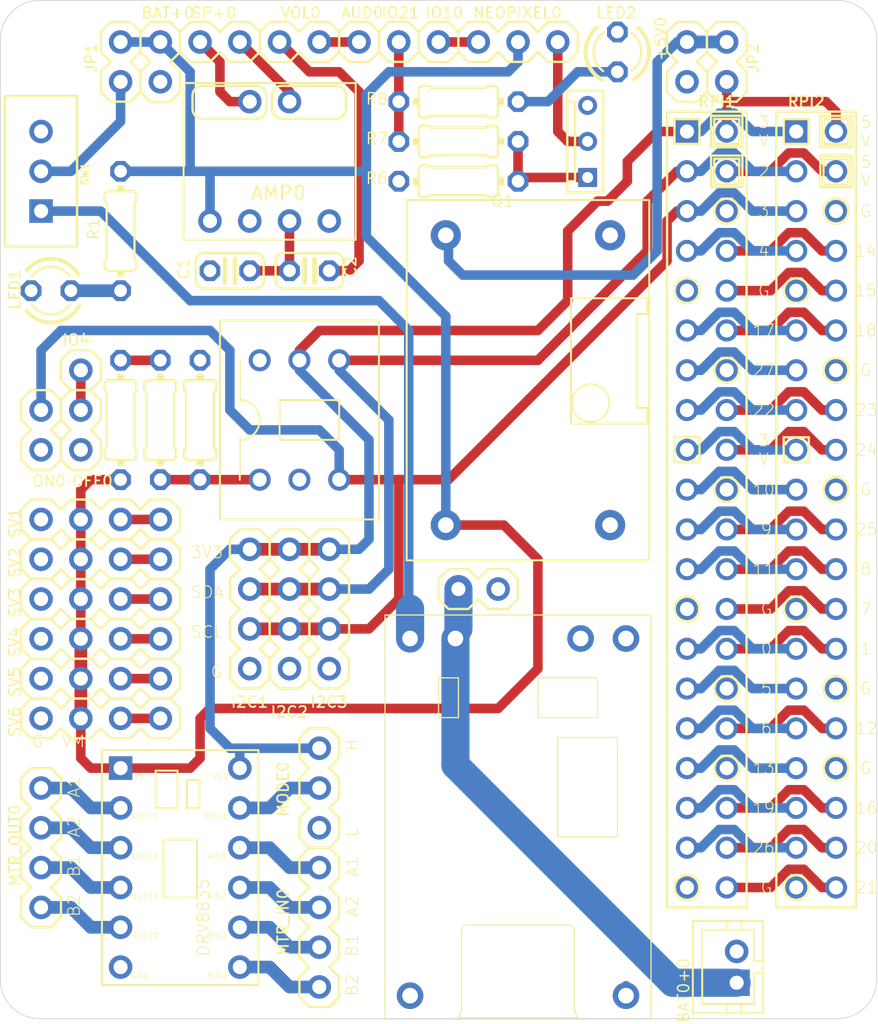
<source format=kicad_pcb>
(kicad_pcb (version 20241229) (generator "pcbnew") (generator_version "9.0")
  (layers (0 "F.Cu" signal) (2 "B.Cu" signal) (13 "F.Paste" user) (15 "B.Paste" user) (5 "F.SilkS" user "F.Silkscreen") (7 "B.SilkS" user "B.Silkscreen") (1 "F.Mask" user) (3 "B.Mask" user) (25 "Edge.Cuts" user))
  (net 0 "")
  (net 1 "GND")
  (net 2 "BAT+")
  (net 3 "+5V")
  (net 4 "BAT+1")
  (net 5 "N$3")
  (net 6 "N$7")
  (net 7 "N$9")
  (net 8 "N$10")
  (net 9 "N$11")
  (net 10 "N$12")
  (net 11 "N$13")
  (net 12 "N$14")
  (net 13 "N$16")
  (net 14 "N$18")
  (net 15 "N$19")
  (net 16 "N$20")
  (net 17 "N$21")
  (net 18 "N$22")
  (net 19 "N$23")
  (net 20 "N$27")
  (net 21 "N$28")
  (net 22 "N$29")
  (net 23 "N$30")
  (net 24 "N$31")
  (net 25 "N$32")
  (net 26 "N$33")
  (net 27 "N$34")
  (net 28 "N$35")
  (net 29 "N$36")
  (net 30 "N$37")
  (net 31 "N$38")
  (net 32 "N$39")
  (net 33 "+3V3")
  (net 34 "SDA")
  (net 35 "SCL")
  (net 36 "SP+")
  (net 37 "SP-")
  (net 38 "AUDIO1")
  (net 39 "AUDIO0")
  (net 40 "BIN2")
  (net 41 "BIN1")
  (net 42 "AIN2")
  (net 43 "AIN1")
  (net 44 "AOUT1")
  (net 45 "AOUT2")
  (net 46 "BOUT1")
  (net 47 "BOUT2")
  (net 48 "BAT+2")
  (net 49 "BAT+0")
  (net 50 "BAT-0")
  (net 51 "GPIO10")
  (net 52 "MODE")
  (net 53 "N$51")
  (net 54 "N$47")
  (net 55 "N$48")
  (net 56 "N$49")
  (net 57 "N$63")
  (net 58 "N$64")
  (net 59 "N$6")
  (net 60 "N$15")
  (net 61 "N$25")
  (net 62 "N$26")
  (net 63 "N$2")
  (net 64 "N$1")
  (net 65 "N$8")
  (net 66 "N$5")
  (net 67 "N$17")
  (net 68 "N$24")
  (footprint "0204_7_334" (layer "F.Cu") (at 128.1811 87.2236 90)
    (property "Reference" "R1")
    (property "Value" "1K")
  )
  (footprint "DCDC-SX1308-MOD1" (layer "F.Cu") (at 154.2161 96.7486 90)
    (property "Reference" "DCDC2" (hide yes))
    (property "Value" "")
  )
  (footprint "C025-024X044_334" (layer "F.Cu") (at 140.2461 89.7636)
    (property "Reference" "C2")
    (property "Value" "0.1uF")
  )
  (footprint "LED3MM_259" (layer "F.Cu") (at 123.7361 91.0336 180)
    (property "Reference" "LED1")
    (property "Value" "")
  )
  (footprint "PINHEAD-MA02-1" (layer "F.Cu") (at 151.0411 110.0836)
    (property "Reference" "BAT0" (hide yes))
    (property "Value" "BAT0+")
  )
  (footprint "0204_7_334" (layer "F.Cu") (at 130.7211 99.2886 90)
    (property "Reference" "R4" (hide yes))
    (property "Value" "10K")
  )
  (footprint "PINHEAD-MA01-1" (layer "F.Cu") (at 124.3711 96.1136)
    (property "Reference" "IO4")
    (property "Value" "")
  )
  (footprint "PINHEAD-MA01-1" (layer "F.Cu") (at 147.2311 75.1586)
    (property "Reference" "IO10")
    (property "Value" "")
  )
  (footprint "dummyfp3" (layer "F.Cu") (at 124.0011 134.0036)
    (property "Reference" "UNK_HOLE_3" (hide yes))
    (property "Value" "")
  )
  (footprint "PINHEAD-MA04-1" (layer "F.Cu") (at 126.9111 110.7186)
    (property "Reference" "SV3")
    (property "Value" "")
  )
  (footprint "PINHEAD-MA04-1" (layer "F.Cu") (at 126.9111 105.6386)
    (property "Reference" "SV1")
    (property "Value" "")
  )
  (footprint "PINHEAD-MA02-1" (layer "F.Cu") (at 128.1811 76.4286 90)
    (property "Reference" "JP1")
    (property "Value" "")
  )
  (footprint "0204_7_334" (layer "F.Cu") (at 133.2611 99.2886 -90)
    (property "Reference" "R5" (hide yes))
    (property "Value" "10K")
  )
  (footprint "PINHEAD-MA02-1" (layer "F.Cu") (at 134.5311 75.1586)
    (property "Reference" "SP+0")
    (property "Value" "")
  )
  (footprint "PINHEAD-MA04-1" (layer "F.Cu") (at 141.5161 111.3536 -90)
    (property "Reference" "I2C3")
    (property "Value" "")
  )
  (footprint "PINHEAD-MA01-1" (layer "F.Cu") (at 144.6911 75.1586)
    (property "Reference" "IO21")
    (property "Value" "")
  )
  (footprint "PINHEAD-MA02-1" (layer "F.Cu") (at 139.6111 75.1586)
    (property "Reference" "VOL0")
    (property "Value" "")
  )
  (footprint "C025-024X044_334" (layer "F.Cu") (at 135.1661 89.7636)
    (property "Reference" "C1")
    (property "Value" "")
  )
  (footprint "PINHEAD-MA03-1_30941153" (layer "F.Cu") (at 152.3111 75.1586)
    (property "Reference" "NEOPIXEL0")
    (property "Value" "")
  )
  (footprint "PINHEAD-MA04-1" (layer "F.Cu") (at 126.9111 113.2586)
    (property "Reference" "SV4")
    (property "Value" "")
  )
  (footprint "PINHEAD-MA04-1" (layer "F.Cu") (at 126.9111 115.7986)
    (property "Reference" "SV5")
    (property "Value" "")
  )
  (footprint "PINHEAD-MA04-1" (layer "F.Cu") (at 126.9111 108.1786)
    (property "Reference" "SV2")
    (property "Value" "")
  )
  (footprint "PINHEAD-MA02-1" (layer "F.Cu") (at 164.3761 76.4286 -90)
    (property "Reference" "+5V0")
    (property "Value" "5V" (hide yes))
  )
  (footprint "PINHEAD-MA02-1" (layer "F.Cu") (at 130.7211 76.4286 -90)
    (property "Reference" "BAT+0")
    (property "Value" "BAT+" (hide yes))
  )
  (footprint "0204_7_334" (layer "F.Cu") (at 149.7711 84.0486 180)
    (property "Reference" "R6")
    (property "Value" "10K")
  )
  (footprint "PINHEAD-MA02-1" (layer "F.Cu") (at 123.1011 99.9236 90)
    (property "Reference" "ON0")
    (property "Value" "")
  )
  (footprint "MOSFET-1_30941153" (layer "F.Cu") (at 158.0261 82.7786 90)
    (property "Reference" "Q1" (hide yes))
    (property "Value" "2SK4017" (hide yes))
  )
  (footprint "0204_7_334" (layer "F.Cu") (at 149.7711 78.9686 180)
    (property "Reference" "R8")
    (property "Value" "1K")
  )
  (footprint "dummyfp0" (layer "F.Cu") (at 173.0011 134.0036)
    (property "Reference" "UNK_HOLE_0" (hide yes))
    (property "Value" "")
  )
  (footprint "PINHEAD-MA04-1" (layer "F.Cu") (at 123.1011 126.5936 -90)
    (property "Reference" "MTR_OUT0")
    (property "Value" "")
  )
  (footprint "PINHEAD-MA04-1" (layer "F.Cu") (at 138.9761 111.3536 -90)
    (property "Reference" "I2C2")
    (property "Value" "")
  )
  (footprint "PINHEAD-MA03-1" (layer "F.Cu") (at 140.8811 124.0536 90)
    (property "Reference" "MODE0")
    (property "Value" "")
  )
  (footprint "0204_7_334" (layer "F.Cu") (at 149.7711 81.5086)
    (property "Reference" "R7")
    (property "Value" "330")
  )
  (footprint "RPI-PIN" (layer "F.Cu") (at 165.6461 105.0036)
    (property "Reference" "RPI1")
    (property "Value" "")
  )
  (footprint "PAM8012MOD-A" (layer "F.Cu") (at 137.7061 82.7786 90)
    (property "Reference" "AMP0")
    (property "Value" "AMP" (hide yes))
  )
  (footprint "PINHEAD-MA01-1" (layer "F.Cu") (at 143.4211 73.8886 -90)
    (property "Reference" "AUD0")
    (property "Value" "AMP" (hide yes))
  )
  (footprint "TP4056MOD1" (layer "F.Cu") (at 153.5811 124.6386 90)
    (property "Reference" "CHG1" (hide yes))
    (property "Value" "" (hide yes))
  )
  (footprint "dummyfp2" (layer "F.Cu") (at 124.0011 76.0036)
    (property "Reference" "UNK_HOLE_2" (hide yes))
    (property "Value" "")
  )
  (footprint "PINHEAD-MA04-1" (layer "F.Cu") (at 140.8811 131.6736 90)
    (property "Reference" "MTR_IN0")
    (property "Value" "")
  )
  (footprint "PINHEAD-MA02-1" (layer "F.Cu") (at 125.6411 99.9236 90)
    (property "Reference" "OFF0")
    (property "Value" "")
  )
  (footprint "LED3MM_259" (layer "F.Cu") (at 159.9311 75.7936 90)
    (property "Reference" "LED2")
    (property "Value" "")
  )
  (footprint "JST-PH2" (layer "F.Cu") (at 167.5511 134.2136 90)
    (property "Reference" "BAT0+0")
    (property "Value" "" (hide yes))
  )
  (footprint "dummyfp1" (layer "F.Cu") (at 173.0011 76.0036)
    (property "Reference" "UNK_HOLE_1" (hide yes))
    (property "Value" "")
  )
  (footprint "SW3-1" (layer "F.Cu") (at 123.1011 84.6836 90)
    (property "Reference" "SW1")
    (property "Value" "" (hide yes))
  )
  (footprint "PINHEAD-MA04-1" (layer "F.Cu") (at 126.9111 118.3386)
    (property "Reference" "SV6")
    (property "Value" "")
  )
  (footprint "RPI-PIN" (layer "F.Cu") (at 172.6311 105.0036)
    (property "Reference" "RPI2")
    (property "Value" "")
  )
  (footprint "PINHEAD-MA02-1" (layer "F.Cu") (at 166.9161 76.4286 -90)
    (property "Reference" "JP2")
    (property "Value" "")
  )
  (footprint "PINHEAD-MA04-1" (layer "F.Cu") (at 136.4361 111.3536 -90)
    (property "Reference" "I2C1")
    (property "Value" "")
  )
  (footprint "0204_7_334" (layer "F.Cu") (at 128.1811 99.2886 -90)
    (property "Reference" "R3" (hide yes))
    (property "Value" "10K")
  )
  (footprint "MCP3425MOD_30941153" (layer "F.Cu") (at 139.6111 100.5586 90)
    (property "Reference" "ADC1" (hide yes))
    (property "Value" "MCP3425MOD" (hide yes))
  )
  (footprint "DRV8835MOD" (layer "F.Cu") (at 130.7211 131.6736)
    (property "Reference" "MD1" (hide yes))
    (property "Value" "" (hide yes))
  )
  (gr_arc (start 120.5011 75.0036) (mid 121.233333 73.235833) (end 123.0011 72.5036) (stroke (width 0.05)) (layer "Edge.Cuts"))
  (gr_line (start 176.5011 135.0036) (end 176.5011 75.0036) (stroke (width 0.05)) (layer "Edge.Cuts"))
  (gr_line (start 174.0011 72.5036) (end 123.0011 72.5036) (stroke (width 0.05)) (layer "Edge.Cuts"))
  (gr_line (start 120.5011 75.0036) (end 120.5011 135.0036) (stroke (width 0.05)) (layer "Edge.Cuts"))
  (gr_arc (start 123.0011 137.5036) (mid 121.233333 136.771367) (end 120.5011 135.0036) (stroke (width 0.05)) (layer "Edge.Cuts"))
  (gr_arc (start 176.5011 135.0036) (mid 175.768867 136.771367) (end 174.0011 137.5036) (stroke (width 0.05)) (layer "Edge.Cuts"))
  (gr_arc (start 174.0011 72.5036) (mid 175.768867 73.235833) (end 176.5011 75.0036) (stroke (width 0.05)) (layer "Edge.Cuts"))
  (gr_line (start 123.0011 137.5036) (end 174.0011 137.5036) (stroke (width 0.05)) (layer "Edge.Cuts"))
  (gr_text "Q1" (at 152.6011 85.3186 0) (layer "F.SilkS") (effects (font (size 0.747776 0.747776) (thickness 0.065024))))
  (gr_text "24" (at 175.8511 101.1936 0) (layer "F.SilkS") (effects (font (size 0.747776 0.747776) (thickness 0.065024))))
  (gr_text "19" (at 169.2861 124.0536 0) (layer "F.SilkS") (effects (font (size 0.747776 0.747776) (thickness 0.065024))))
  (gr_text "14" (at 175.8011 88.4936 0) (layer "F.SilkS") (effects (font (size 0.747776 0.747776) (thickness 0.065024))))
  (gr_text "B2" (at 125.6411 131.0536 90) (layer "F.SilkS") (effects (font (size 0.747776 0.747776) (thickness 0.065024)) (justify left bottom)))
  (gr_text "0" (at 169.4561 113.8936 0) (layer "F.SilkS") (effects (font (size 0.747776 0.747776) (thickness 0.065024))))
  (gr_text "7" (at 175.8061 111.3536 0) (layer "F.SilkS") (effects (font (size 0.747776 0.747776) (thickness 0.065024))))
  (gr_text "18" (at 175.8011 93.5736 0) (layer "F.SilkS") (effects (font (size 0.747776 0.747776) (thickness 0.065024))))
  (gr_text "G" (at 175.8061 96.1136 0) (layer "F.SilkS") (effects (font (size 0.747776 0.747776) (thickness 0.065024))))
  (gr_text "H" (at 143.4211 120.4736 90) (layer "F.SilkS") (effects (font (size 0.747776 0.747776) (thickness 0.065024)) (justify left bottom)))
  (gr_text "17" (at 169.2861 93.5736 0) (layer "F.SilkS") (effects (font (size 0.747776 0.747776) (thickness 0.065024))))
  (gr_text "G" (at 133.8961 115.7986 0) (layer "F.SilkS") (effects (font (size 0.747776 0.747776) (thickness 0.065024)) (justify left bottom)))
  (gr_text "10" (at 169.2861 103.7336 0) (layer "F.SilkS") (effects (font (size 0.747776 0.747776) (thickness 0.065024))))
  (gr_text "A1" (at 143.4211 128.5136 90) (layer "F.SilkS") (effects (font (size 0.747776 0.747776) (thickness 0.065024)) (justify left bottom)))
  (gr_text "G" (at 175.8061 121.5136 0) (layer "F.SilkS") (effects (font (size 0.747776 0.747776) (thickness 0.065024))))
  (gr_text "21" (at 175.8511 129.1336 0) (layer "F.SilkS") (effects (font (size 0.747776 0.747776) (thickness 0.065024))))
  (gr_text "G" (at 169.4561 111.3536 0) (layer "F.SilkS") (effects (font (size 0.747776 0.747776) (thickness 0.065024))))
  (gr_text "G" (at 169.2861 91.0336 0) (layer "F.SilkS") (effects (font (size 0.747776 0.747776) (thickness 0.065024))))
  (gr_text "20" (at 175.8511 126.5936 0) (layer "F.SilkS") (effects (font (size 0.747776 0.747776) (thickness 0.065024))))
  (gr_text "G" (at 175.8061 103.7336 0) (layer "F.SilkS") (effects (font (size 0.747776 0.747776) (thickness 0.065024))))
  (gr_text "6" (at 169.4561 118.9736 0) (layer "F.SilkS") (effects (font (size 0.747776 0.747776) (thickness 0.065024))))
  (gr_text "3" (at 169.2866 85.9536 0) (layer "F.SilkS") (effects (font (size 0.747776 0.747776) (thickness 0.065024))))
  (gr_text "G" (at 175.8061 85.9536 0) (layer "F.SilkS") (effects (font (size 0.747776 0.747776) (thickness 0.065024))))
  (gr_text "DRV8835" (at 133.8961 133.5786 90) (layer "F.SilkS") (effects (font (size 0.747776 0.747776) (thickness 0.065024)) (justify left bottom)))
  (gr_text "B2" (at 143.4211 136.1336 90) (layer "F.SilkS") (effects (font (size 0.747776 0.747776) (thickness 0.065024)) (justify left bottom)))
  (gr_text "A1" (at 125.6411 123.4336 90) (layer "F.SilkS") (effects (font (size 0.747776 0.747776) (thickness 0.065024)) (justify left bottom)))
  (gr_text "L" (at 143.4211 125.9736 90) (layer "F.SilkS") (effects (font (size 0.747776 0.747776) (thickness 0.065024)) (justify left bottom)))
  (gr_text "G" (at 169.4561 129.1336 0) (layer "F.SilkS") (effects (font (size 0.747776 0.747776) (thickness 0.065024))))
  (gr_text "G" (at 175.8061 116.4336 0) (layer "F.SilkS") (effects (font (size 0.747776 0.747776) (thickness 0.065024))))
  (gr_text "11" (at 169.2861 108.8136 0) (layer "F.SilkS") (effects (font (size 0.747776 0.747776) (thickness 0.065024))))
  (gr_text "A2" (at 143.4211 131.0536 90) (layer "F.SilkS") (effects (font (size 0.747776 0.747776) (thickness 0.065024)) (justify left bottom)))
  (gr_text "5\nV" (at 175.8061 80.8736 0) (layer "F.SilkS") (effects (font (size 0.747776 0.747776) (thickness 0.065024))))
  (gr_text "8" (at 175.8061 108.8136 0) (layer "F.SilkS") (effects (font (size 0.747776 0.747776) (thickness 0.065024))))
  (gr_text "3\nV" (at 169.2861 101.1936 0) (layer "F.SilkS") (effects (font (size 0.747776 0.747776) (thickness 0.065024))))
  (gr_text "5\nV" (at 175.8061 83.4136 0) (layer "F.SilkS") (effects (font (size 0.747776 0.747776) (thickness 0.065024))))
  (gr_text "9" (at 169.4561 106.2736 0) (layer "F.SilkS") (effects (font (size 0.747776 0.747776) (thickness 0.065024))))
  (gr_text "B1" (at 143.4211 133.5936 90) (layer "F.SilkS") (effects (font (size 0.747776 0.747776) (thickness 0.065024)) (justify left bottom)))
  (gr_text "1" (at 175.8061 113.8936 0) (layer "F.SilkS") (effects (font (size 0.747776 0.747776) (thickness 0.065024))))
  (gr_text "B1" (at 125.6411 128.5136 90) (layer "F.SilkS") (effects (font (size 0.747776 0.747776) (thickness 0.065024)) (justify left bottom)))
  (gr_text "15" (at 175.8011 91.0336 0) (layer "F.SilkS") (effects (font (size 0.747776 0.747776) (thickness 0.065024))))
  (gr_text "SCL" (at 132.6261 113.2586 0) (layer "F.SilkS") (effects (font (size 0.747776 0.747776) (thickness 0.065024)) (justify left bottom)))
  (gr_text "23" (at 175.8511 98.6536 0) (layer "F.SilkS") (effects (font (size 0.747776 0.747776) (thickness 0.065024))))
  (gr_text "25" (at 175.8511 106.2736 0) (layer "F.SilkS") (effects (font (size 0.747776 0.747776) (thickness 0.065024))))
  (gr_text "SDA" (at 132.6261 110.7186 0) (layer "F.SilkS") (effects (font (size 0.747776 0.747776) (thickness 0.065024)) (justify left bottom)))
  (gr_text "22" (at 169.2861 98.6536 0) (layer "F.SilkS") (effects (font (size 0.747776 0.747776) (thickness 0.065024))))
  (gr_text "3V3" (at 132.6261 108.1786 0) (layer "F.SilkS") (effects (font (size 0.747776 0.747776) (thickness 0.065024)) (justify left bottom)))
  (gr_text "G" (at 122.4661 120.2436 0) (layer "F.SilkS") (effects (font (size 0.747776 0.747776) (thickness 0.065024)) (justify left bottom)))
  (gr_text "13" (at 169.2861 121.5136 0) (layer "F.SilkS") (effects (font (size 0.747776 0.747776) (thickness 0.065024))))
  (gr_text "VM" (at 124.3711 120.2436 0) (layer "F.SilkS") (effects (font (size 0.747776 0.747776) (thickness 0.065024)) (justify left bottom)))
  (gr_text "27" (at 169.2861 96.1136 0) (layer "F.SilkS") (effects (font (size 0.747776 0.747776) (thickness 0.065024))))
  (gr_text "16" (at 175.8511 124.0536 0) (layer "F.SilkS") (effects (font (size 0.747776 0.747776) (thickness 0.065024))))
  (gr_text "2" (at 169.2861 83.4136 0) (layer "F.SilkS") (effects (font (size 0.747776 0.747776) (thickness 0.065024))))
  (gr_text "26" (at 169.2861 126.5936 0) (layer "F.SilkS") (effects (font (size 0.747776 0.747776) (thickness 0.065024))))
  (gr_text "4" (at 169.2861 88.4936 0) (layer "F.SilkS") (effects (font (size 0.747776 0.747776) (thickness 0.065024))))
  (gr_text "A2" (at 125.6411 125.9736 90) (layer "F.SilkS") (effects (font (size 0.747776 0.747776) (thickness 0.065024)) (justify left bottom)))
  (gr_text "12" (at 175.8511 118.9736 0) (layer "F.SilkS") (effects (font (size 0.747776 0.747776) (thickness 0.065024))))
  (gr_text "3\nV" (at 169.2861 80.8736 0) (layer "F.SilkS") (effects (font (size 0.747776 0.747776) (thickness 0.065024))))
  (gr_text "5" (at 169.4561 116.4336 0) (layer "F.SilkS") (effects (font (size 0.747776 0.747776) (thickness 0.065024))))
  (segment (start 160.4811 136.0386) (end 160.4811 135.4036) (width 0.6096) (layer "B.Cu") (net 1))
  (segment (start 125.6411 120.8786) (end 125.6411 118.3386) (width 0.6096) (layer "F.Cu") (net 2))
  (segment (start 128.1811 121.5136) (end 132.6261 121.5136) (width 0.6096) (layer "F.Cu") (net 2))
  (segment (start 125.6411 110.7186) (end 125.6411 113.2586) (width 0.6096) (layer "F.Cu") (net 2))
  (segment (start 132.6261 121.5136) (end 133.2611 120.8786) (width 0.6096) (layer "F.Cu") (net 2))
  (segment (start 133.2611 118.3386) (end 133.8961 117.7036) (width 0.6096) (layer "F.Cu") (net 2))
  (segment (start 125.6411 120.8786) (end 126.2761 121.5136) (width 0.6096) (layer "F.Cu") (net 2))
  (segment (start 125.6411 113.2586) (end 125.6411 115.7986) (width 0.8128) (layer "F.Cu") (net 2))
  (segment (start 154.8511 115.1636) (end 154.8511 108.1786) (width 0.6096) (layer "F.Cu") (net 2))
  (segment (start 126.2761 103.0986) (end 125.6411 103.7336) (width 0.6096) (layer "F.Cu") (net 2))
  (segment (start 125.6411 103.7336) (end 125.6411 105.6386) (width 0.6096) (layer "F.Cu") (net 2))
  (segment (start 154.8511 108.1786) (end 152.6711 105.9986) (width 0.6096) (layer "F.Cu") (net 2))
  (segment (start 133.8961 117.7036) (end 152.3111 117.7036) (width 0.6096) (layer "F.Cu") (net 2))
  (segment (start 125.6411 115.7986) (end 125.6411 118.3386) (width 0.8128) (layer "F.Cu") (net 2))
  (segment (start 133.2611 120.8786) (end 133.2611 118.3386) (width 0.6096) (layer "F.Cu") (net 2))
  (segment (start 126.2761 121.5136) (end 128.1811 121.5136) (width 0.6096) (layer "F.Cu") (net 2))
  (segment (start 126.2761 103.0986) (end 128.1811 103.0986) (width 0.6096) (layer "F.Cu") (net 2))
  (segment (start 152.3111 117.7036) (end 154.8511 115.1636) (width 0.6096) (layer "F.Cu") (net 2))
  (segment (start 125.6411 108.1786) (end 125.6411 110.7186) (width 0.6096) (layer "F.Cu") (net 2))
  (segment (start 152.6711 105.9986) (end 148.9661 105.9986) (width 0.6096) (layer "F.Cu") (net 2))
  (segment (start 125.6411 105.6386) (end 125.6411 108.1786) (width 0.6096) (layer "F.Cu") (net 2))
  (segment (start 130.7211 75.1586) (end 128.1811 75.1586) (width 0.6096) (layer "B.Cu") (net 2))
  (segment (start 132.6261 83.4136) (end 133.8961 83.4136) (width 0.6096) (layer "B.Cu") (net 2))
  (segment (start 133.8961 83.4136) (end 133.8961 86.5886) (width 0.6096) (layer "B.Cu") (net 2))
  (segment (start 148.9661 92.6636) (end 143.8861 87.5836) (width 0.6096) (layer "B.Cu") (net 2))
  (segment (start 143.8861 83.4136) (end 143.8861 78.5036) (width 0.6096) (layer "B.Cu") (net 2))
  (segment (start 128.1811 83.4136) (end 132.6261 83.4136) (width 0.6096) (layer "B.Cu") (net 2))
  (segment (start 153.5811 75.1586) (end 153.5811 76.4286) (width 0.6096) (layer "B.Cu") (net 2))
  (segment (start 143.8861 87.5836) (end 143.8861 83.4136) (width 0.6096) (layer "B.Cu") (net 2))
  (segment (start 145.3261 77.0636) (end 152.9461 77.0636) (width 0.6096) (layer "B.Cu") (net 2))
  (segment (start 148.9661 105.9986) (end 148.9661 92.6636) (width 0.6096) (layer "B.Cu") (net 2))
  (segment (start 143.8861 78.5036) (end 145.3261 77.0636) (width 0.6096) (layer "B.Cu") (net 2))
  (segment (start 143.8861 83.4136) (end 133.8961 83.4136) (width 0.6096) (layer "B.Cu") (net 2))
  (segment (start 152.9461 77.0636) (end 153.5811 76.4286) (width 0.6096) (layer "B.Cu") (net 2))
  (segment (start 132.6261 77.0636) (end 132.6261 83.4136) (width 0.6096) (layer "B.Cu") (net 2))
  (segment (start 130.7211 75.1586) (end 132.6261 77.0636) (width 0.6096) (layer "B.Cu") (net 2))
  (segment (start 164.3761 75.1586) (end 166.9161 75.1586) (width 0.8128) (layer "B.Cu") (net 3))
  (segment (start 160.9261 90.0386) (end 162.4711 88.4936) (width 0.6096) (layer "B.Cu") (net 3))
  (segment (start 149.1361 89.1286) (end 150.0461 90.0386) (width 0.6096) (layer "B.Cu") (net 3))
  (segment (start 149.1361 87.6686) (end 149.1361 89.1286) (width 0.6096) (layer "B.Cu") (net 3))
  (segment (start 163.7411 75.1586) (end 162.4711 76.4286) (width 0.6096) (layer "B.Cu") (net 3))
  (segment (start 164.3761 75.1586) (end 163.7411 75.1586) (width 0.6096) (layer "B.Cu") (net 3))
  (segment (start 148.9661 87.4986) (end 149.1361 87.6686) (width 0.6096) (layer "B.Cu") (net 3))
  (segment (start 150.0461 90.0386) (end 160.9261 90.0386) (width 0.6096) (layer "B.Cu") (net 3))
  (segment (start 162.4711 76.4286) (end 162.4711 88.4936) (width 0.6096) (layer "B.Cu") (net 3))
  (segment (start 146.6811 111.3336) (end 146.5961 111.2486) (width 0.6096) (layer "B.Cu") (net 4))
  (segment (start 146.6811 113.2386) (end 146.6811 111.3336) (width 1.8) (layer "B.Cu") (net 4))
  (segment (start 132.6261 91.6686) (end 126.9111 85.9536) (width 0.6096) (layer "B.Cu") (net 4))
  (segment (start 144.6911 91.6686) (end 132.6261 91.6686) (width 0.6096) (layer "B.Cu") (net 4))
  (segment (start 146.5961 111.2486) (end 146.5961 93.5736) (width 0.6096) (layer "B.Cu") (net 4))
  (segment (start 126.9111 85.9536) (end 123.1011 85.9536) (width 0.6096) (layer "B.Cu") (net 4))
  (segment (start 146.5961 93.5736) (end 144.6911 91.6686) (width 0.6096) (layer "B.Cu") (net 4))
  (segment (start 128.1811 91.0336) (end 125.0061 91.0336) (width 0.8128) (layer "B.Cu") (net 5))
  (segment (start 164.3761 88.4936) (end 165.273912 88.4936) (width 0.6096) (layer "B.Cu") (net 6))
  (segment (start 166.435112 87.3324) (end 167.397087 87.3324) (width 0.6096) (layer "B.Cu") (net 6))
  (segment (start 167.397087 87.3324) (end 168.558287 88.4936) (width 0.6096) (layer "B.Cu") (net 6))
  (segment (start 168.558287 88.4936) (end 171.3611 88.4936) (width 0.6096) (layer "B.Cu") (net 6))
  (segment (start 165.273912 88.4936) (end 166.435112 87.3324) (width 0.6096) (layer "B.Cu") (net 6))
  (segment (start 164.3761 93.5736) (end 165.273912 93.5736) (width 0.6096) (layer "B.Cu") (net 7))
  (segment (start 168.558287 93.5736) (end 171.3611 93.5736) (width 0.6096) (layer "B.Cu") (net 7))
  (segment (start 166.435112 92.4124) (end 167.397087 92.4124) (width 0.6096) (layer "B.Cu") (net 7))
  (segment (start 165.273912 93.5736) (end 166.435112 92.4124) (width 0.6096) (layer "B.Cu") (net 7))
  (segment (start 167.397087 92.4124) (end 168.558287 93.5736) (width 0.6096) (layer "B.Cu") (net 7))
  (segment (start 164.3761 96.1136) (end 165.273912 96.1136) (width 0.6096) (layer "B.Cu") (net 8))
  (segment (start 165.273912 96.1136) (end 166.435112 94.9524) (width 0.6096) (layer "B.Cu") (net 8))
  (segment (start 166.435112 94.9524) (end 167.397087 94.9524) (width 0.6096) (layer "B.Cu") (net 8))
  (segment (start 168.558287 96.1136) (end 171.3611 96.1136) (width 0.6096) (layer "B.Cu") (net 8))
  (segment (start 167.397087 94.9524) (end 168.558287 96.1136) (width 0.6096) (layer "B.Cu") (net 8))
  (segment (start 168.558287 98.6536) (end 171.3611 98.6536) (width 0.6096) (layer "B.Cu") (net 9))
  (segment (start 167.397087 97.4924) (end 168.558287 98.6536) (width 0.6096) (layer "B.Cu") (net 9))
  (segment (start 165.273912 98.6536) (end 166.435112 97.4924) (width 0.6096) (layer "B.Cu") (net 9))
  (segment (start 166.435112 97.4924) (end 167.397087 97.4924) (width 0.6096) (layer "B.Cu") (net 9))
  (segment (start 164.3761 98.6536) (end 165.273912 98.6536) (width 0.6096) (layer "B.Cu") (net 9))
  (segment (start 165.273912 108.8136) (end 166.435112 107.6524) (width 0.6096) (layer "B.Cu") (net 10))
  (segment (start 164.3761 108.8136) (end 165.273912 108.8136) (width 0.6096) (layer "B.Cu") (net 10))
  (segment (start 168.558287 108.8136) (end 171.3611 108.8136) (width 0.6096) (layer "B.Cu") (net 10))
  (segment (start 166.435112 107.6524) (end 167.397087 107.6524) (width 0.6096) (layer "B.Cu") (net 10))
  (segment (start 167.397087 107.6524) (end 168.558287 108.8136) (width 0.6096) (layer "B.Cu") (net 10))
  (segment (start 164.3761 103.7336) (end 165.273912 103.7336) (width 0.6096) (layer "B.Cu") (net 11))
  (segment (start 166.435112 102.5724) (end 167.397087 102.5724) (width 0.6096) (layer "B.Cu") (net 11))
  (segment (start 168.558287 103.7336) (end 171.3611 103.7336) (width 0.6096) (layer "B.Cu") (net 11))
  (segment (start 165.273912 103.7336) (end 166.435112 102.5724) (width 0.6096) (layer "B.Cu") (net 11))
  (segment (start 167.397087 102.5724) (end 168.558287 103.7336) (width 0.6096) (layer "B.Cu") (net 11))
  (segment (start 166.435112 105.1124) (end 167.397087 105.1124) (width 0.6096) (layer "B.Cu") (net 12))
  (segment (start 164.3761 106.2736) (end 165.273912 106.2736) (width 0.6096) (layer "B.Cu") (net 12))
  (segment (start 165.273912 106.2736) (end 166.435112 105.1124) (width 0.6096) (layer "B.Cu") (net 12))
  (segment (start 167.397087 105.1124) (end 168.558287 106.2736) (width 0.6096) (layer "B.Cu") (net 12))
  (segment (start 168.558287 106.2736) (end 171.3611 106.2736) (width 0.6096) (layer "B.Cu") (net 12))
  (segment (start 166.9161 83.4136) (end 169.708731 83.4136) (width 0.6096) (layer "F.Cu") (net 13))
  (segment (start 173.013468 83.4136) (end 173.9011 83.4136) (width 0.6096) (layer "F.Cu") (net 13))
  (segment (start 170.877131 82.2452) (end 171.845068 82.2452) (width 0.6096) (layer "F.Cu") (net 13))
  (segment (start 171.845068 82.2452) (end 173.013468 83.4136) (width 0.6096) (layer "F.Cu") (net 13))
  (segment (start 169.708731 83.4136) (end 170.877131 82.2452) (width 0.6096) (layer "F.Cu") (net 13))
  (segment (start 166.9161 88.4936) (end 169.718912 88.4936) (width 0.6096) (layer "F.Cu") (net 14))
  (segment (start 173.003287 88.4936) (end 173.9011 88.4936) (width 0.6096) (layer "F.Cu") (net 14))
  (segment (start 169.718912 88.4936) (end 170.880112 87.3324) (width 0.6096) (layer "F.Cu") (net 14))
  (segment (start 171.842087 87.3324) (end 173.003287 88.4936) (width 0.6096) (layer "F.Cu") (net 14))
  (segment (start 170.880112 87.3324) (end 171.842087 87.3324) (width 0.6096) (layer "F.Cu") (net 14))
  (segment (start 173.003287 91.0336) (end 173.9011 91.0336) (width 0.6096) (layer "F.Cu") (net 15))
  (segment (start 166.9161 91.0336) (end 169.718912 91.0336) (width 0.6096) (layer "F.Cu") (net 15))
  (segment (start 169.718912 91.0336) (end 170.880112 89.8724) (width 0.6096) (layer "F.Cu") (net 15))
  (segment (start 170.880112 89.8724) (end 171.842087 89.8724) (width 0.6096) (layer "F.Cu") (net 15))
  (segment (start 171.842087 89.8724) (end 173.003287 91.0336) (width 0.6096) (layer "F.Cu") (net 15))
  (segment (start 171.842087 92.4124) (end 173.003287 93.5736) (width 0.6096) (layer "F.Cu") (net 16))
  (segment (start 173.003287 93.5736) (end 173.9011 93.5736) (width 0.6096) (layer "F.Cu") (net 16))
  (segment (start 169.718912 93.5736) (end 170.880112 92.4124) (width 0.6096) (layer "F.Cu") (net 16))
  (segment (start 170.880112 92.4124) (end 171.842087 92.4124) (width 0.6096) (layer "F.Cu") (net 16))
  (segment (start 166.9161 93.5736) (end 169.718912 93.5736) (width 0.6096) (layer "F.Cu") (net 16))
  (segment (start 166.9161 98.6536) (end 169.718912 98.6536) (width 0.6096) (layer "F.Cu") (net 17))
  (segment (start 173.003287 98.6536) (end 173.9011 98.6536) (width 0.6096) (layer "F.Cu") (net 17))
  (segment (start 170.880112 97.4924) (end 171.842087 97.4924) (width 0.6096) (layer "F.Cu") (net 17))
  (segment (start 171.842087 97.4924) (end 173.003287 98.6536) (width 0.6096) (layer "F.Cu") (net 17))
  (segment (start 169.718912 98.6536) (end 170.880112 97.4924) (width 0.6096) (layer "F.Cu") (net 17))
  (segment (start 169.718912 101.1936) (end 170.880112 100.0324) (width 0.6096) (layer "F.Cu") (net 18))
  (segment (start 166.9161 101.1936) (end 169.718912 101.1936) (width 0.6096) (layer "F.Cu") (net 18))
  (segment (start 173.003287 101.1936) (end 173.9011 101.1936) (width 0.6096) (layer "F.Cu") (net 18))
  (segment (start 170.880112 100.0324) (end 171.842087 100.0324) (width 0.6096) (layer "F.Cu") (net 18))
  (segment (start 171.842087 100.0324) (end 173.003287 101.1936) (width 0.6096) (layer "F.Cu") (net 18))
  (segment (start 166.9161 106.2736) (end 169.718912 106.2736) (width 0.6096) (layer "F.Cu") (net 19))
  (segment (start 170.880112 105.1124) (end 171.842087 105.1124) (width 0.6096) (layer "F.Cu") (net 19))
  (segment (start 169.718912 106.2736) (end 170.880112 105.1124) (width 0.6096) (layer "F.Cu") (net 19))
  (segment (start 171.842087 105.1124) (end 173.003287 106.2736) (width 0.6096) (layer "F.Cu") (net 19))
  (segment (start 173.003287 106.2736) (end 173.9011 106.2736) (width 0.6096) (layer "F.Cu") (net 19))
  (segment (start 173.003287 108.8136) (end 173.9011 108.8136) (width 0.6096) (layer "F.Cu") (net 20))
  (segment (start 170.880112 107.6524) (end 171.842087 107.6524) (width 0.6096) (layer "F.Cu") (net 20))
  (segment (start 171.842087 107.6524) (end 173.003287 108.8136) (width 0.6096) (layer "F.Cu") (net 20))
  (segment (start 166.9161 108.8136) (end 169.718912 108.8136) (width 0.6096) (layer "F.Cu") (net 20))
  (segment (start 169.718912 108.8136) (end 170.880112 107.6524) (width 0.6096) (layer "F.Cu") (net 20))
  (segment (start 171.842087 110.1924) (end 173.003287 111.3536) (width 0.6096) (layer "F.Cu") (net 21))
  (segment (start 170.880112 110.1924) (end 171.842087 110.1924) (width 0.6096) (layer "F.Cu") (net 21))
  (segment (start 173.003287 111.3536) (end 173.9011 111.3536) (width 0.6096) (layer "F.Cu") (net 21))
  (segment (start 169.718912 111.3536) (end 170.880112 110.1924) (width 0.6096) (layer "F.Cu") (net 21))
  (segment (start 166.9161 111.3536) (end 169.718912 111.3536) (width 0.6096) (layer "F.Cu") (net 21))
  (segment (start 166.435112 112.7324) (end 167.397087 112.7324) (width 0.6096) (layer "B.Cu") (net 22))
  (segment (start 164.3761 113.8936) (end 165.273912 113.8936) (width 0.6096) (layer "B.Cu") (net 22))
  (segment (start 167.397087 112.7324) (end 168.558287 113.8936) (width 0.6096) (layer "B.Cu") (net 22))
  (segment (start 168.558287 113.8936) (end 171.3611 113.8936) (width 0.6096) (layer "B.Cu") (net 22))
  (segment (start 165.273912 113.8936) (end 166.435112 112.7324) (width 0.6096) (layer "B.Cu") (net 22))
  (segment (start 166.9161 113.8936) (end 169.718912 113.8936) (width 0.6096) (layer "F.Cu") (net 23))
  (segment (start 173.003287 113.8936) (end 173.9011 113.8936) (width 0.6096) (layer "F.Cu") (net 23))
  (segment (start 170.880112 112.7324) (end 171.842087 112.7324) (width 0.6096) (layer "F.Cu") (net 23))
  (segment (start 169.718912 113.8936) (end 170.880112 112.7324) (width 0.6096) (layer "F.Cu") (net 23))
  (segment (start 171.842087 112.7324) (end 173.003287 113.8936) (width 0.6096) (layer "F.Cu") (net 23))
  (segment (start 168.558287 116.4336) (end 171.3611 116.4336) (width 0.6096) (layer "B.Cu") (net 24))
  (segment (start 165.273912 116.4336) (end 166.435112 115.2724) (width 0.6096) (layer "B.Cu") (net 24))
  (segment (start 167.397087 115.2724) (end 168.558287 116.4336) (width 0.6096) (layer "B.Cu") (net 24))
  (segment (start 164.3761 116.4336) (end 165.273912 116.4336) (width 0.6096) (layer "B.Cu") (net 24))
  (segment (start 166.435112 115.2724) (end 167.397087 115.2724) (width 0.6096) (layer "B.Cu") (net 24))
  (segment (start 167.397087 117.8124) (end 168.558287 118.9736) (width 0.6096) (layer "B.Cu") (net 25))
  (segment (start 164.3761 118.9736) (end 165.273912 118.9736) (width 0.6096) (layer "B.Cu") (net 25))
  (segment (start 165.273912 118.9736) (end 166.435112 117.8124) (width 0.6096) (layer "B.Cu") (net 25))
  (segment (start 168.558287 118.9736) (end 171.3611 118.9736) (width 0.6096) (layer "B.Cu") (net 25))
  (segment (start 166.435112 117.8124) (end 167.397087 117.8124) (width 0.6096) (layer "B.Cu") (net 25))
  (segment (start 171.842087 117.8124) (end 173.003287 118.9736) (width 0.6096) (layer "F.Cu") (net 26))
  (segment (start 169.718912 118.9736) (end 170.880112 117.8124) (width 0.6096) (layer "F.Cu") (net 26))
  (segment (start 173.003287 118.9736) (end 173.9011 118.9736) (width 0.6096) (layer "F.Cu") (net 26))
  (segment (start 170.880112 117.8124) (end 171.842087 117.8124) (width 0.6096) (layer "F.Cu") (net 26))
  (segment (start 166.9161 118.9736) (end 169.718912 118.9736) (width 0.6096) (layer "F.Cu") (net 26))
  (segment (start 166.435112 120.3524) (end 167.397087 120.3524) (width 0.6096) (layer "B.Cu") (net 27))
  (segment (start 164.3761 121.5136) (end 165.273912 121.5136) (width 0.6096) (layer "B.Cu") (net 27))
  (segment (start 165.273912 121.5136) (end 166.435112 120.3524) (width 0.6096) (layer "B.Cu") (net 27))
  (segment (start 168.558287 121.5136) (end 171.3611 121.5136) (width 0.6096) (layer "B.Cu") (net 27))
  (segment (start 167.397087 120.3524) (end 168.558287 121.5136) (width 0.6096) (layer "B.Cu") (net 27))
  (segment (start 167.397087 122.8924) (end 168.558287 124.0536) (width 0.6096) (layer "B.Cu") (net 28))
  (segment (start 165.273912 124.0536) (end 166.435112 122.8924) (width 0.6096) (layer "B.Cu") (net 28))
  (segment (start 164.3761 124.0536) (end 165.273912 124.0536) (width 0.6096) (layer "B.Cu") (net 28))
  (segment (start 168.558287 124.0536) (end 171.3611 124.0536) (width 0.6096) (layer "B.Cu") (net 28))
  (segment (start 166.435112 122.8924) (end 167.397087 122.8924) (width 0.6096) (layer "B.Cu") (net 28))
  (segment (start 166.9161 124.0536) (end 169.718912 124.0536) (width 0.6096) (layer "F.Cu") (net 29))
  (segment (start 170.880112 122.8924) (end 171.842087 122.8924) (width 0.6096) (layer "F.Cu") (net 29))
  (segment (start 169.718912 124.0536) (end 170.880112 122.8924) (width 0.6096) (layer "F.Cu") (net 29))
  (segment (start 171.842087 122.8924) (end 173.003287 124.0536) (width 0.6096) (layer "F.Cu") (net 29))
  (segment (start 173.003287 124.0536) (end 173.9011 124.0536) (width 0.6096) (layer "F.Cu") (net 29))
  (segment (start 168.558287 126.5936) (end 171.3611 126.5936) (width 0.6096) (layer "B.Cu") (net 30))
  (segment (start 165.273912 126.5936) (end 166.435112 125.4324) (width 0.6096) (layer "B.Cu") (net 30))
  (segment (start 164.3761 126.5936) (end 165.273912 126.5936) (width 0.6096) (layer "B.Cu") (net 30))
  (segment (start 167.397087 125.4324) (end 168.558287 126.5936) (width 0.6096) (layer "B.Cu") (net 30))
  (segment (start 166.435112 125.4324) (end 167.397087 125.4324) (width 0.6096) (layer "B.Cu") (net 30))
  (segment (start 173.003287 126.5936) (end 173.9011 126.5936) (width 0.6096) (layer "F.Cu") (net 31))
  (segment (start 170.880112 125.4324) (end 171.842087 125.4324) (width 0.6096) (layer "F.Cu") (net 31))
  (segment (start 169.718912 126.5936) (end 170.880112 125.4324) (width 0.6096) (layer "F.Cu") (net 31))
  (segment (start 166.9161 126.5936) (end 169.718912 126.5936) (width 0.6096) (layer "F.Cu") (net 31))
  (segment (start 171.842087 125.4324) (end 173.003287 126.5936) (width 0.6096) (layer "F.Cu") (net 31))
  (segment (start 169.718912 129.1336) (end 170.880112 127.9724) (width 0.6096) (layer "F.Cu") (net 32))
  (segment (start 166.9161 129.1336) (end 169.718912 129.1336) (width 0.6096) (layer "F.Cu") (net 32))
  (segment (start 171.842087 127.9724) (end 173.003287 129.1336) (width 0.6096) (layer "F.Cu") (net 32))
  (segment (start 173.003287 129.1336) (end 173.9011 129.1336) (width 0.6096) (layer "F.Cu") (net 32))
  (segment (start 170.880112 127.9724) (end 171.842087 127.9724) (width 0.6096) (layer "F.Cu") (net 32))
  (segment (start 140.8811 93.5736) (end 139.6111 94.8436) (width 0.6096) (layer "F.Cu") (net 33))
  (segment (start 138.9761 107.5436) (end 136.4361 107.5436) (width 0.8128) (layer "F.Cu") (net 33))
  (segment (start 160.5661 82.7786) (end 160.5661 84.0486) (width 0.6096) (layer "F.Cu") (net 33))
  (segment (start 154.8511 93.5736) (end 140.8811 93.5736) (width 0.6096) (layer "F.Cu") (net 33))
  (segment (start 141.5161 107.5436) (end 138.9761 107.5436) (width 0.8128) (layer "F.Cu") (net 33))
  (segment (start 156.7561 91.6686) (end 154.8511 93.5736) (width 0.6096) (layer "F.Cu") (net 33))
  (segment (start 160.5661 84.0486) (end 159.2961 85.3186) (width 0.6096) (layer "F.Cu") (net 33))
  (segment (start 162.4711 80.8736) (end 160.5661 82.7786) (width 0.6096) (layer "F.Cu") (net 33))
  (segment (start 164.3761 80.8736) (end 162.4711 80.8736) (width 0.6096) (layer "F.Cu") (net 33))
  (segment (start 159.2961 85.3186) (end 158.6611 85.3186) (width 0.6096) (layer "F.Cu") (net 33))
  (segment (start 139.6111 94.8436) (end 139.6111 95.4786) (width 0.6096) (layer "F.Cu") (net 33))
  (segment (start 158.6611 85.3186) (end 156.7561 87.2236) (width 0.6096) (layer "F.Cu") (net 33))
  (segment (start 156.7561 87.2236) (end 156.7561 91.6686) (width 0.6096) (layer "F.Cu") (net 33))
  (segment (start 135.8011 121.5136) (end 135.8011 120.2436) (width 0.6096) (layer "B.Cu") (net 33))
  (segment (start 133.8961 108.8136) (end 135.1661 107.5436) (width 0.6096) (layer "B.Cu") (net 33))
  (segment (start 144.0561 106.9086) (end 143.4211 107.5436) (width 0.6096) (layer "B.Cu") (net 33))
  (segment (start 143.4211 107.5436) (end 141.5161 107.5436) (width 0.6096) (layer "B.Cu") (net 33))
  (segment (start 135.1661 120.2436) (end 133.8961 118.9736) (width 0.6096) (layer "B.Cu") (net 33))
  (segment (start 144.0561 100.5586) (end 144.0561 106.9086) (width 0.6096) (layer "B.Cu") (net 33))
  (segment (start 139.6111 95.4786) (end 139.6111 96.1136) (width 0.6096) (layer "B.Cu") (net 33))
  (segment (start 166.432131 79.7052) (end 167.400068 79.7052) (width 0.6096) (layer "B.Cu") (net 33))
  (segment (start 140.8811 120.2436) (end 135.8011 120.2436) (width 0.6096) (layer "B.Cu") (net 33))
  (segment (start 168.568468 80.8736) (end 171.3611 80.8736) (width 0.6096) (layer "B.Cu") (net 33))
  (segment (start 164.3761 80.8736) (end 165.263731 80.8736) (width 0.6096) (layer "B.Cu") (net 33))
  (segment (start 167.400068 79.7052) (end 168.568468 80.8736) (width 0.6096) (layer "B.Cu") (net 33))
  (segment (start 165.263731 80.8736) (end 166.432131 79.7052) (width 0.6096) (layer "B.Cu") (net 33))
  (segment (start 139.6111 96.1136) (end 144.0561 100.5586) (width 0.6096) (layer "B.Cu") (net 33))
  (segment (start 136.4361 107.5436) (end 135.1661 107.5436) (width 0.6096) (layer "B.Cu") (net 33))
  (segment (start 135.8011 120.2436) (end 135.1661 120.2436) (width 0.6096) (layer "B.Cu") (net 33))
  (segment (start 133.8961 118.9736) (end 133.8961 108.8136) (width 0.6096) (layer "B.Cu") (net 33))
  (segment (start 161.8361 88.4936) (end 154.8511 95.4786) (width 0.6096) (layer "F.Cu") (net 34))
  (segment (start 161.8361 85.3186) (end 161.8361 88.4936) (width 0.6096) (layer "F.Cu") (net 34))
  (segment (start 154.8511 95.4786) (end 142.1511 95.4786) (width 0.6096) (layer "F.Cu") (net 34))
  (segment (start 163.7411 83.4136) (end 161.8361 85.3186) (width 0.6096) (layer "F.Cu") (net 34))
  (segment (start 164.3761 83.4136) (end 163.7411 83.4136) (width 0.6096) (layer "F.Cu") (net 34))
  (segment (start 138.9761 110.0836) (end 136.4361 110.0836) (width 0.8128) (layer "F.Cu") (net 34))
  (segment (start 141.5161 110.0836) (end 138.9761 110.0836) (width 0.8128) (layer "F.Cu") (net 34))
  (segment (start 145.3261 99.2886) (end 145.3261 108.8136) (width 0.6096) (layer "B.Cu") (net 34))
  (segment (start 142.1511 96.1136) (end 145.3261 99.2886) (width 0.6096) (layer "B.Cu") (net 34))
  (segment (start 145.3261 108.8136) (end 144.0561 110.0836) (width 0.6096) (layer "B.Cu") (net 34))
  (segment (start 167.400068 82.2452) (end 168.568468 83.4136) (width 0.6096) (layer "B.Cu") (net 34))
  (segment (start 142.1511 95.4786) (end 142.1511 96.1136) (width 0.6096) (layer "B.Cu") (net 34))
  (segment (start 141.5161 110.0836) (end 144.0561 110.0836) (width 0.6096) (layer "B.Cu") (net 34))
  (segment (start 168.568468 83.4136) (end 171.3611 83.4136) (width 0.6096) (layer "B.Cu") (net 34))
  (segment (start 165.263731 83.4136) (end 166.432131 82.2452) (width 0.6096) (layer "B.Cu") (net 34))
  (segment (start 164.3761 83.4136) (end 165.263731 83.4136) (width 0.6096) (layer "B.Cu") (net 34))
  (segment (start 166.432131 82.2452) (end 167.400068 82.2452) (width 0.6096) (layer "B.Cu") (net 34))
  (segment (start 141.5161 112.6236) (end 138.9761 112.6236) (width 0.8128) (layer "F.Cu") (net 35))
  (segment (start 163.1061 86.5886) (end 163.1061 89.1286) (width 0.6096) (layer "F.Cu") (net 35))
  (segment (start 141.5161 112.6236) (end 144.0561 112.6236) (width 0.6096) (layer "F.Cu") (net 35))
  (segment (start 149.1361 103.0986) (end 145.9611 103.0986) (width 0.6096) (layer "F.Cu") (net 35))
  (segment (start 138.9761 112.6236) (end 136.4361 112.6236) (width 0.8128) (layer "F.Cu") (net 35))
  (segment (start 145.9611 103.0986) (end 142.1511 103.0986) (width 0.6096) (layer "F.Cu") (net 35))
  (segment (start 144.0561 112.6236) (end 145.9611 110.7186) (width 0.6096) (layer "F.Cu") (net 35))
  (segment (start 164.3761 85.9536) (end 163.7411 85.9536) (width 0.6096) (layer "F.Cu") (net 35))
  (segment (start 163.7411 85.9536) (end 163.1061 86.5886) (width 0.6096) (layer "F.Cu") (net 35))
  (segment (start 163.1061 89.1286) (end 149.1361 103.0986) (width 0.6096) (layer "F.Cu") (net 35))
  (segment (start 145.9611 110.7186) (end 145.9611 103.0986) (width 0.6096) (layer "F.Cu") (net 35))
  (segment (start 123.1011 94.8436) (end 124.3711 93.5736) (width 0.6096) (layer "B.Cu") (net 35))
  (segment (start 135.1661 98.6536) (end 135.1661 94.8436) (width 0.6096) (layer "B.Cu") (net 35))
  (segment (start 164.3761 85.9536) (end 165.273912 85.9536) (width 0.6096) (layer "B.Cu") (net 35))
  (segment (start 166.435112 84.7924) (end 167.397087 84.7924) (width 0.6096) (layer "B.Cu") (net 35))
  (segment (start 123.1011 98.6536) (end 123.1011 94.8436) (width 0.6096) (layer "B.Cu") (net 35))
  (segment (start 135.1661 94.8436) (end 133.8961 93.5736) (width 0.6096) (layer "B.Cu") (net 35))
  (segment (start 142.1511 101.1936) (end 140.8811 99.9236) (width 0.6096) (layer "B.Cu") (net 35))
  (segment (start 142.1511 103.0986) (end 142.1511 101.1936) (width 0.6096) (layer "B.Cu") (net 35))
  (segment (start 136.4361 99.9236) (end 135.1661 98.6536) (width 0.6096) (layer "B.Cu") (net 35))
  (segment (start 167.397087 84.7924) (end 168.558287 85.9536) (width 0.6096) (layer "B.Cu") (net 35))
  (segment (start 124.3711 93.5736) (end 133.8961 93.5736) (width 0.6096) (layer "B.Cu") (net 35))
  (segment (start 140.8811 99.9236) (end 136.4361 99.9236) (width 0.6096) (layer "B.Cu") (net 35))
  (segment (start 165.273912 85.9536) (end 166.435112 84.7924) (width 0.6096) (layer "B.Cu") (net 35))
  (segment (start 168.558287 85.9536) (end 171.3611 85.9536) (width 0.6096) (layer "B.Cu") (net 35))
  (segment (start 134.5311 76.4286) (end 133.2611 75.1586) (width 0.6096) (layer "F.Cu") (net 36))
  (segment (start 135.1661 78.9686) (end 134.5311 78.3336) (width 0.6096) (layer "F.Cu") (net 36))
  (segment (start 136.4361 78.9686) (end 135.1661 78.9686) (width 0.6096) (layer "F.Cu") (net 36))
  (segment (start 134.5311 76.4286) (end 134.5311 78.3336) (width 0.6096) (layer "F.Cu") (net 36))
  (segment (start 138.9761 78.9686) (end 138.9761 78.3336) (width 0.6096) (layer "F.Cu") (net 37))
  (segment (start 135.8011 75.1586) (end 138.9761 78.3336) (width 0.6096) (layer "F.Cu") (net 37))
  (segment (start 138.9761 89.7636) (end 136.4361 89.7636) (width 0.6096) (layer "F.Cu") (net 38))
  (segment (start 138.9761 86.5886) (end 138.9761 89.7636) (width 0.6096) (layer "F.Cu") (net 38))
  (segment (start 140.8811 75.1586) (end 143.4211 75.1586) (width 0.6096) (layer "F.Cu") (net 39))
  (segment (start 137.7061 134.2136) (end 135.8011 134.2136) (width 0.8128) (layer "B.Cu") (net 40))
  (segment (start 138.9761 135.4836) (end 137.7061 134.2136) (width 0.8128) (layer "B.Cu") (net 40))
  (segment (start 138.9761 135.4836) (end 140.8811 135.4836) (width 0.8128) (layer "B.Cu") (net 40))
  (segment (start 137.7061 131.6736) (end 135.8011 131.6736) (width 0.8128) (layer "B.Cu") (net 41))
  (segment (start 138.9761 132.9436) (end 140.8811 132.9436) (width 0.8128) (layer "B.Cu") (net 41))
  (segment (start 138.9761 132.9436) (end 137.7061 131.6736) (width 0.8128) (layer "B.Cu") (net 41))
  (segment (start 138.9761 130.4036) (end 140.8811 130.4036) (width 0.8128) (layer "B.Cu") (net 42))
  (segment (start 138.9761 130.4036) (end 137.7061 129.1336) (width 0.8128) (layer "B.Cu") (net 42))
  (segment (start 137.7061 129.1336) (end 135.8011 129.1336) (width 0.8128) (layer "B.Cu") (net 42))
  (segment (start 137.7061 126.5936) (end 135.8011 126.5936) (width 0.8128) (layer "B.Cu") (net 43))
  (segment (start 138.9761 127.8636) (end 140.8811 127.8636) (width 0.8128) (layer "B.Cu") (net 43))
  (segment (start 138.9761 127.8636) (end 137.7061 126.5936) (width 0.8128) (layer "B.Cu") (net 43))
  (segment (start 128.1811 124.0536) (end 126.2761 124.0536) (width 0.8128) (layer "B.Cu") (net 44))
  (segment (start 125.0061 122.7836) (end 126.2761 124.0536) (width 0.8128) (layer "B.Cu") (net 44))
  (segment (start 125.0061 122.7836) (end 123.1011 122.7836) (width 0.8128) (layer "B.Cu") (net 44))
  (segment (start 128.1811 126.5936) (end 126.2761 126.5936) (width 0.8128) (layer "B.Cu") (net 45))
  (segment (start 125.0061 125.3236) (end 123.1011 125.3236) (width 0.8128) (layer "B.Cu") (net 45))
  (segment (start 126.2761 126.5936) (end 125.0061 125.3236) (width 0.8128) (layer "B.Cu") (net 45))
  (segment (start 123.1011 127.8636) (end 125.0061 127.8636) (width 0.8128) (layer "B.Cu") (net 46))
  (segment (start 128.1811 129.1336) (end 126.2761 129.1336) (width 0.8128) (layer "B.Cu") (net 46))
  (segment (start 125.0061 127.8636) (end 126.2761 129.1336) (width 0.8128) (layer "B.Cu") (net 46))
  (segment (start 125.0061 130.4036) (end 126.2761 131.6736) (width 0.8128) (layer "B.Cu") (net 47))
  (segment (start 128.1811 131.6736) (end 126.2761 131.6736) (width 0.8128) (layer "B.Cu") (net 47))
  (segment (start 123.1011 130.4036) (end 125.0061 130.4036) (width 0.8128) (layer "B.Cu") (net 47))
  (segment (start 123.1011 83.4136) (end 125.0061 83.4136) (width 0.6096) (layer "B.Cu") (net 48))
  (segment (start 125.0061 83.4136) (end 128.1811 80.2386) (width 0.6096) (layer "B.Cu") (net 48))
  (segment (start 128.1811 80.2386) (end 128.1811 77.6986) (width 0.6096) (layer "B.Cu") (net 48))
  (segment (start 163.4711 135.2136) (end 149.5811 121.3236) (width 1.8) (layer "B.Cu") (net 49))
  (segment (start 149.7711 112.6236) (end 149.7711 110.0836) (width 1.8) (layer "B.Cu") (net 49))
  (segment (start 149.5811 112.8136) (end 149.7711 112.6236) (width 0.6096) (layer "B.Cu") (net 49))
  (segment (start 149.5811 121.3236) (end 149.5811 113.2386) (width 1.8) (layer "B.Cu") (net 49))
  (segment (start 167.5511 135.2136) (end 163.4711 135.2136) (width 1.8) (layer "B.Cu") (net 49))
  (segment (start 157.5611 113.2586) (end 157.5811 113.2386) (width 0.6096) (layer "B.Cu") (net 50))
  (segment (start 165.273912 101.1936) (end 166.435112 100.0324) (width 0.6096) (layer "B.Cu") (net 51))
  (segment (start 167.397087 100.0324) (end 168.558287 101.1936) (width 0.6096) (layer "B.Cu") (net 51))
  (segment (start 168.558287 101.1936) (end 171.3611 101.1936) (width 0.6096) (layer "B.Cu") (net 51))
  (segment (start 164.3761 101.1936) (end 165.273912 101.1936) (width 0.6096) (layer "B.Cu") (net 51))
  (segment (start 166.435112 100.0324) (end 167.397087 100.0324) (width 0.6096) (layer "B.Cu") (net 51))
  (segment (start 138.9761 122.7836) (end 140.8811 122.7836) (width 0.8128) (layer "B.Cu") (net 52))
  (segment (start 138.9761 122.7836) (end 137.7061 124.0536) (width 0.8128) (layer "B.Cu") (net 52))
  (segment (start 135.8011 124.0536) (end 137.7061 124.0536) (width 0.8128) (layer "B.Cu") (net 52))
  (segment (start 128.1811 105.6386) (end 130.7211 105.6386) (width 0.6096) (layer "F.Cu") (net 53))
  (segment (start 128.1811 108.1786) (end 130.7211 108.1786) (width 0.6096) (layer "F.Cu") (net 54))
  (segment (start 130.7211 110.7186) (end 128.1811 110.7186) (width 0.6096) (layer "F.Cu") (net 55))
  (segment (start 128.1811 113.2586) (end 130.7211 113.2586) (width 0.6096) (layer "F.Cu") (net 56))
  (segment (start 130.7211 115.7986) (end 128.1811 115.7986) (width 0.6096) (layer "F.Cu") (net 57))
  (segment (start 128.1811 118.3386) (end 130.7211 118.3386) (width 0.6096) (layer "F.Cu") (net 58))
  (segment (start 166.9161 80.8736) (end 166.9161 78.9686) (width 0.6096) (layer "F.Cu") (net 59))
  (segment (start 173.9011 79.6036) (end 173.2661 78.9686) (width 0.6096) (layer "F.Cu") (net 59))
  (segment (start 166.9161 77.6986) (end 166.9161 78.9686) (width 0.6096) (layer "F.Cu") (net 59))
  (segment (start 173.2661 78.9686) (end 166.9161 78.9686) (width 0.6096) (layer "F.Cu") (net 59))
  (segment (start 173.9011 80.8736) (end 173.9011 79.6036) (width 0.6096) (layer "F.Cu") (net 59))
  (segment (start 143.4211 78.3336) (end 143.4211 89.1286) (width 0.6096) (layer "F.Cu") (net 60))
  (segment (start 142.1511 77.0636) (end 143.4211 78.3336) (width 0.6096) (layer "F.Cu") (net 60))
  (segment (start 138.3411 75.1586) (end 140.2461 77.0636) (width 0.6096) (layer "F.Cu") (net 60))
  (segment (start 140.2461 77.0636) (end 142.1511 77.0636) (width 0.6096) (layer "F.Cu") (net 60))
  (segment (start 141.5161 89.7636) (end 142.7861 89.7636) (width 0.6096) (layer "F.Cu") (net 60))
  (segment (start 143.4211 89.1286) (end 142.7861 89.7636) (width 0.6096) (layer "F.Cu") (net 60))
  (segment (start 130.7211 95.4786) (end 128.1811 95.4786) (width 0.6096) (layer "F.Cu") (net 61))
  (segment (start 133.2611 103.0986) (end 130.7211 103.0986) (width 0.6096) (layer "F.Cu") (net 62))
  (segment (start 133.2611 103.0986) (end 137.0711 103.0986) (width 0.6096) (layer "F.Cu") (net 62))
  (segment (start 156.1211 75.1586) (end 156.1211 80.8736) (width 0.6096) (layer "F.Cu") (net 63))
  (segment (start 158.0261 81.5086) (end 156.7561 81.5086) (width 0.6096) (layer "F.Cu") (net 63))
  (segment (start 156.7561 81.5086) (end 156.1211 80.8736) (width 0.6096) (layer "F.Cu") (net 63))
  (segment (start 158.0261 83.8086) (end 153.8211 83.8086) (width 0.6096) (layer "F.Cu") (net 64))
  (segment (start 153.5811 84.0486) (end 153.8211 83.8086) (width 0.6096) (layer "F.Cu") (net 64))
  (segment (start 153.5811 81.5086) (end 153.5811 84.0486) (width 0.6096) (layer "F.Cu") (net 64))
  (segment (start 148.5011 75.1586) (end 151.0411 75.1586) (width 0.6096) (layer "F.Cu") (net 65))
  (segment (start 145.9611 75.1586) (end 145.9611 78.9686) (width 0.6096) (layer "F.Cu") (net 66))
  (segment (start 145.9611 78.9686) (end 145.9611 81.5086) (width 0.6096) (layer "F.Cu") (net 66))
  (segment (start 157.3911 77.0636) (end 155.4861 78.9686) (width 0.6096) (layer "B.Cu") (net 67))
  (segment (start 157.3911 77.0636) (end 159.9311 77.0636) (width 0.6096) (layer "B.Cu") (net 67))
  (segment (start 155.4861 78.9686) (end 153.5811 78.9686) (width 0.6096) (layer "B.Cu") (net 67))
  (segment (start 125.6411 96.1136) (end 125.6411 98.6536) (width 0.6096) (layer "F.Cu") (net 68))
)
</source>
